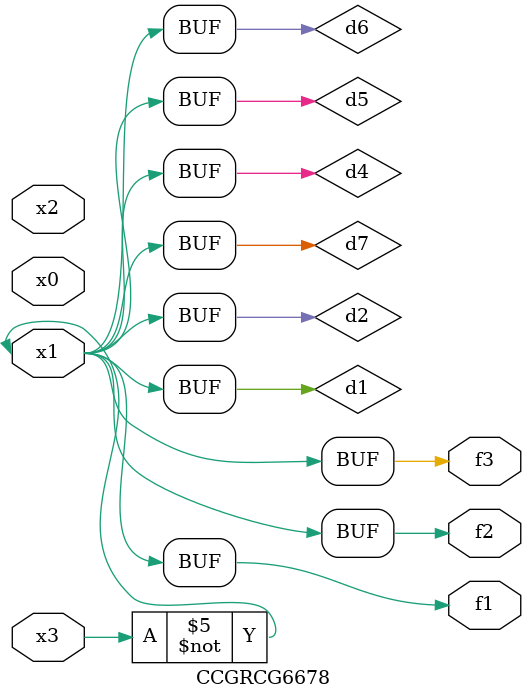
<source format=v>
module CCGRCG6678(
	input x0, x1, x2, x3,
	output f1, f2, f3
);

	wire d1, d2, d3, d4, d5, d6, d7;

	not (d1, x3);
	buf (d2, x1);
	xnor (d3, d1, d2);
	nor (d4, d1);
	buf (d5, d1, d2);
	buf (d6, d4, d5);
	nand (d7, d4);
	assign f1 = d6;
	assign f2 = d7;
	assign f3 = d6;
endmodule

</source>
